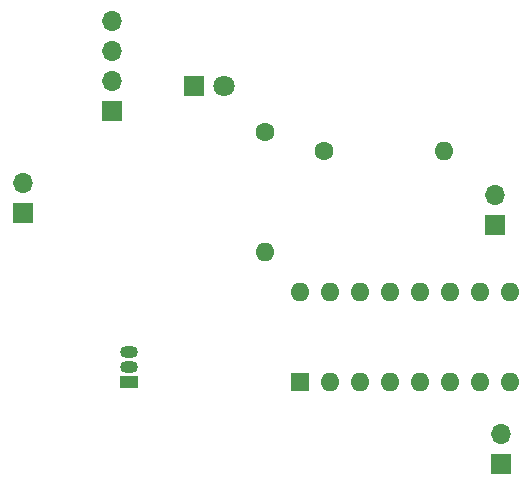
<source format=gbs>
G04 #@! TF.GenerationSoftware,KiCad,Pcbnew,8.0.1*
G04 #@! TF.CreationDate,2024-05-12T16:03:36-04:00*
G04 #@! TF.ProjectId,recyclobot_main,72656379-636c-46f6-926f-745f6d61696e,rev?*
G04 #@! TF.SameCoordinates,Original*
G04 #@! TF.FileFunction,Soldermask,Bot*
G04 #@! TF.FilePolarity,Negative*
%FSLAX46Y46*%
G04 Gerber Fmt 4.6, Leading zero omitted, Abs format (unit mm)*
G04 Created by KiCad (PCBNEW 8.0.1) date 2024-05-12 16:03:36*
%MOMM*%
%LPD*%
G01*
G04 APERTURE LIST*
%ADD10R,1.500000X1.050000*%
%ADD11O,1.500000X1.050000*%
%ADD12R,1.600000X1.600000*%
%ADD13O,1.600000X1.600000*%
%ADD14C,1.600000*%
%ADD15R,1.700000X1.700000*%
%ADD16O,1.700000X1.700000*%
%ADD17R,1.800000X1.800000*%
%ADD18C,1.800000*%
G04 APERTURE END LIST*
D10*
X137000000Y-100540000D03*
D11*
X137000000Y-99270000D03*
X137000000Y-98000000D03*
D12*
X151420000Y-100500000D03*
D13*
X153960000Y-100500000D03*
X156500000Y-100500000D03*
X159040000Y-100500000D03*
X161580000Y-100500000D03*
X164120000Y-100500000D03*
X166660000Y-100500000D03*
X169200000Y-100500000D03*
X169200000Y-92880000D03*
X166660000Y-92880000D03*
X164120000Y-92880000D03*
X161580000Y-92880000D03*
X159040000Y-92880000D03*
X156500000Y-92880000D03*
X153960000Y-92880000D03*
X151420000Y-92880000D03*
D14*
X153500000Y-81000000D03*
D13*
X163660000Y-81000000D03*
D14*
X148500000Y-79340000D03*
D13*
X148500000Y-89500000D03*
D15*
X135500000Y-77620000D03*
D16*
X135500000Y-75080000D03*
X135500000Y-72540000D03*
X135500000Y-70000000D03*
D15*
X168500000Y-107500000D03*
D16*
X168500000Y-104960000D03*
D15*
X167975000Y-87250000D03*
D16*
X167975000Y-84710000D03*
D15*
X127975000Y-86250000D03*
D16*
X127975000Y-83710000D03*
D17*
X142500000Y-75500000D03*
D18*
X145040000Y-75500000D03*
M02*

</source>
